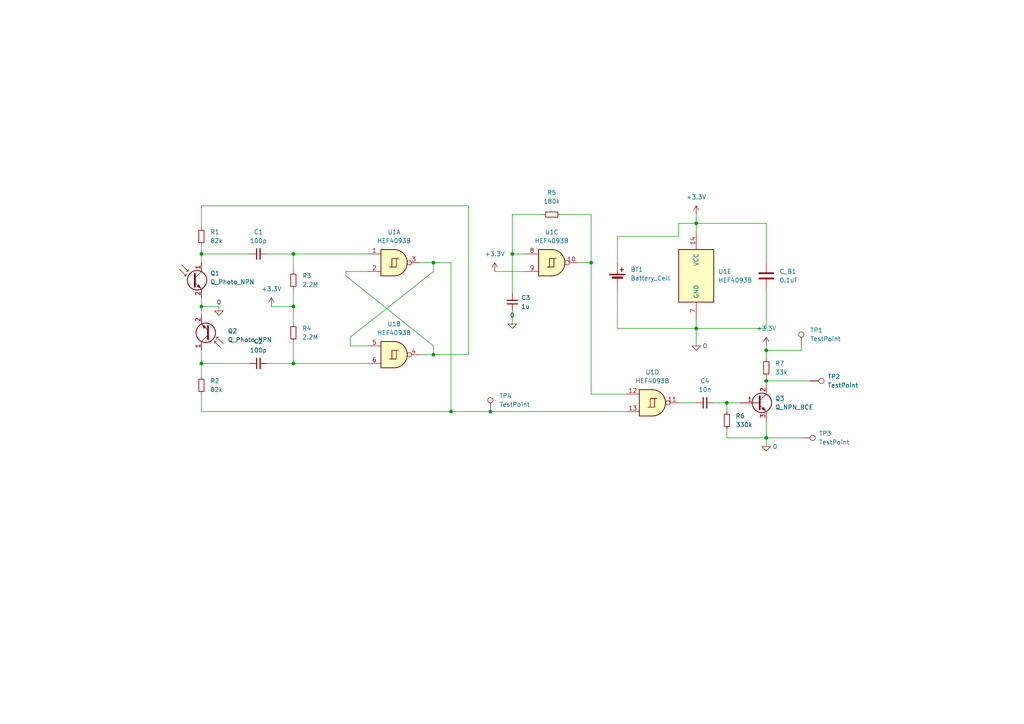
<source format=kicad_sch>
(kicad_sch (version 20230121) (generator eeschema)

  (uuid 1bcaeffc-debd-42e7-be4c-dcc146a9c9e1)

  (paper "A4")

  (lib_symbols
    (symbol "4xxx:HEF4093B" (pin_names (offset 1.016)) (in_bom yes) (on_board yes)
      (property "Reference" "U" (at 0 1.27 0)
        (effects (font (size 1.27 1.27)))
      )
      (property "Value" "HEF4093B" (at 0 -1.27 0)
        (effects (font (size 1.27 1.27)))
      )
      (property "Footprint" "" (at 0 0 0)
        (effects (font (size 1.27 1.27)) hide)
      )
      (property "Datasheet" "https://assets.nexperia.com/documents/data-sheet/HEF4093B.pdf" (at 0 0 0)
        (effects (font (size 1.27 1.27)) hide)
      )
      (property "ki_locked" "" (at 0 0 0)
        (effects (font (size 1.27 1.27)))
      )
      (property "ki_keywords" "NAND2" (at 0 0 0)
        (effects (font (size 1.27 1.27)) hide)
      )
      (property "ki_description" "Quad 2-Input NAND Schmitt Trigger, SOIC-14" (at 0 0 0)
        (effects (font (size 1.27 1.27)) hide)
      )
      (property "ki_fp_filters" "SOIC*3.9x8.7mm*P1.27mm*" (at 0 0 0)
        (effects (font (size 1.27 1.27)) hide)
      )
      (symbol "HEF4093B_1_0"
        (polyline
          (pts
            (xy -0.635 -1.27)
            (xy -0.635 1.27)
            (xy 0.635 1.27)
          )
          (stroke (width 0) (type default))
          (fill (type none))
        )
        (polyline
          (pts
            (xy -0.635 -1.27)
            (xy -0.635 1.27)
            (xy 0.635 1.27)
          )
          (stroke (width 0) (type default))
          (fill (type none))
        )
        (polyline
          (pts
            (xy -1.27 -1.27)
            (xy 0.635 -1.27)
            (xy 0.635 1.27)
            (xy 1.27 1.27)
          )
          (stroke (width 0) (type default))
          (fill (type none))
        )
        (polyline
          (pts
            (xy -1.27 -1.27)
            (xy 0.635 -1.27)
            (xy 0.635 1.27)
            (xy 1.27 1.27)
          )
          (stroke (width 0) (type default))
          (fill (type none))
        )
      )
      (symbol "HEF4093B_1_1"
        (arc (start 0 -3.81) (mid 3.7934 0) (end 0 3.81)
          (stroke (width 0.254) (type default))
          (fill (type background))
        )
        (polyline
          (pts
            (xy 0 3.81)
            (xy -3.81 3.81)
            (xy -3.81 -3.81)
            (xy 0 -3.81)
          )
          (stroke (width 0.254) (type default))
          (fill (type background))
        )
        (pin input line (at -7.62 2.54 0) (length 3.81)
          (name "~" (effects (font (size 1.27 1.27))))
          (number "1" (effects (font (size 1.27 1.27))))
        )
        (pin input line (at -7.62 -2.54 0) (length 3.81)
          (name "~" (effects (font (size 1.27 1.27))))
          (number "2" (effects (font (size 1.27 1.27))))
        )
        (pin output inverted (at 7.62 0 180) (length 3.81)
          (name "~" (effects (font (size 1.27 1.27))))
          (number "3" (effects (font (size 1.27 1.27))))
        )
      )
      (symbol "HEF4093B_1_2"
        (arc (start -3.81 -3.81) (mid -2.589 0) (end -3.81 3.81)
          (stroke (width 0.254) (type default))
          (fill (type none))
        )
        (arc (start -0.6096 -3.81) (mid 2.1842 -2.5851) (end 3.81 0)
          (stroke (width 0.254) (type default))
          (fill (type background))
        )
        (polyline
          (pts
            (xy -3.81 -3.81)
            (xy -0.635 -3.81)
          )
          (stroke (width 0.254) (type default))
          (fill (type background))
        )
        (polyline
          (pts
            (xy -3.81 3.81)
            (xy -0.635 3.81)
          )
          (stroke (width 0.254) (type default))
          (fill (type background))
        )
        (polyline
          (pts
            (xy -0.635 3.81)
            (xy -3.81 3.81)
            (xy -3.81 3.81)
            (xy -3.556 3.4036)
            (xy -3.0226 2.2606)
            (xy -2.6924 1.0414)
            (xy -2.6162 -0.254)
            (xy -2.7686 -1.4986)
            (xy -3.175 -2.7178)
            (xy -3.81 -3.81)
            (xy -3.81 -3.81)
            (xy -0.635 -3.81)
          )
          (stroke (width -25.4) (type default))
          (fill (type background))
        )
        (arc (start 3.81 0) (mid 2.1915 2.5936) (end -0.6096 3.81)
          (stroke (width 0.254) (type default))
          (fill (type background))
        )
        (pin input inverted (at -7.62 2.54 0) (length 4.318)
          (name "~" (effects (font (size 1.27 1.27))))
          (number "1" (effects (font (size 1.27 1.27))))
        )
        (pin input inverted (at -7.62 -2.54 0) (length 4.318)
          (name "~" (effects (font (size 1.27 1.27))))
          (number "2" (effects (font (size 1.27 1.27))))
        )
        (pin output line (at 7.62 0 180) (length 3.81)
          (name "~" (effects (font (size 1.27 1.27))))
          (number "3" (effects (font (size 1.27 1.27))))
        )
      )
      (symbol "HEF4093B_2_0"
        (polyline
          (pts
            (xy -0.635 -1.27)
            (xy -0.635 1.27)
            (xy 0.635 1.27)
          )
          (stroke (width 0) (type default))
          (fill (type none))
        )
        (polyline
          (pts
            (xy -0.635 -1.27)
            (xy -0.635 1.27)
            (xy 0.635 1.27)
          )
          (stroke (width 0) (type default))
          (fill (type none))
        )
        (polyline
          (pts
            (xy -1.27 -1.27)
            (xy 0.635 -1.27)
            (xy 0.635 1.27)
            (xy 1.27 1.27)
          )
          (stroke (width 0) (type default))
          (fill (type none))
        )
        (polyline
          (pts
            (xy -1.27 -1.27)
            (xy 0.635 -1.27)
            (xy 0.635 1.27)
            (xy 1.27 1.27)
          )
          (stroke (width 0) (type default))
          (fill (type none))
        )
      )
      (symbol "HEF4093B_2_1"
        (arc (start 0 -3.81) (mid 3.7934 0) (end 0 3.81)
          (stroke (width 0.254) (type default))
          (fill (type background))
        )
        (polyline
          (pts
            (xy 0 3.81)
            (xy -3.81 3.81)
            (xy -3.81 -3.81)
            (xy 0 -3.81)
          )
          (stroke (width 0.254) (type default))
          (fill (type background))
        )
        (pin output inverted (at 7.62 0 180) (length 3.81)
          (name "~" (effects (font (size 1.27 1.27))))
          (number "4" (effects (font (size 1.27 1.27))))
        )
        (pin input line (at -7.62 2.54 0) (length 3.81)
          (name "~" (effects (font (size 1.27 1.27))))
          (number "5" (effects (font (size 1.27 1.27))))
        )
        (pin input line (at -7.62 -2.54 0) (length 3.81)
          (name "~" (effects (font (size 1.27 1.27))))
          (number "6" (effects (font (size 1.27 1.27))))
        )
      )
      (symbol "HEF4093B_2_2"
        (arc (start -3.81 -3.81) (mid -2.589 0) (end -3.81 3.81)
          (stroke (width 0.254) (type default))
          (fill (type none))
        )
        (arc (start -0.6096 -3.81) (mid 2.1842 -2.5851) (end 3.81 0)
          (stroke (width 0.254) (type default))
          (fill (type background))
        )
        (polyline
          (pts
            (xy -3.81 -3.81)
            (xy -0.635 -3.81)
          )
          (stroke (width 0.254) (type default))
          (fill (type background))
        )
        (polyline
          (pts
            (xy -3.81 3.81)
            (xy -0.635 3.81)
          )
          (stroke (width 0.254) (type default))
          (fill (type background))
        )
        (polyline
          (pts
            (xy -0.635 3.81)
            (xy -3.81 3.81)
            (xy -3.81 3.81)
            (xy -3.556 3.4036)
            (xy -3.0226 2.2606)
            (xy -2.6924 1.0414)
            (xy -2.6162 -0.254)
            (xy -2.7686 -1.4986)
            (xy -3.175 -2.7178)
            (xy -3.81 -3.81)
            (xy -3.81 -3.81)
            (xy -0.635 -3.81)
          )
          (stroke (width -25.4) (type default))
          (fill (type background))
        )
        (arc (start 3.81 0) (mid 2.1915 2.5936) (end -0.6096 3.81)
          (stroke (width 0.254) (type default))
          (fill (type background))
        )
        (pin output line (at 7.62 0 180) (length 3.81)
          (name "~" (effects (font (size 1.27 1.27))))
          (number "4" (effects (font (size 1.27 1.27))))
        )
        (pin input inverted (at -7.62 2.54 0) (length 4.318)
          (name "~" (effects (font (size 1.27 1.27))))
          (number "5" (effects (font (size 1.27 1.27))))
        )
        (pin input inverted (at -7.62 -2.54 0) (length 4.318)
          (name "~" (effects (font (size 1.27 1.27))))
          (number "6" (effects (font (size 1.27 1.27))))
        )
      )
      (symbol "HEF4093B_3_0"
        (polyline
          (pts
            (xy -0.635 -1.27)
            (xy -0.635 1.27)
            (xy 0.635 1.27)
          )
          (stroke (width 0) (type default))
          (fill (type none))
        )
        (polyline
          (pts
            (xy -0.635 -1.27)
            (xy -0.635 1.27)
            (xy 0.635 1.27)
          )
          (stroke (width 0) (type default))
          (fill (type none))
        )
        (polyline
          (pts
            (xy -1.27 -1.27)
            (xy 0.635 -1.27)
            (xy 0.635 1.27)
            (xy 1.27 1.27)
          )
          (stroke (width 0) (type default))
          (fill (type none))
        )
        (polyline
          (pts
            (xy -1.27 -1.27)
            (xy 0.635 -1.27)
            (xy 0.635 1.27)
            (xy 1.27 1.27)
          )
          (stroke (width 0) (type default))
          (fill (type none))
        )
      )
      (symbol "HEF4093B_3_1"
        (arc (start 0 -3.81) (mid 3.7934 0) (end 0 3.81)
          (stroke (width 0.254) (type default))
          (fill (type background))
        )
        (polyline
          (pts
            (xy 0 3.81)
            (xy -3.81 3.81)
            (xy -3.81 -3.81)
            (xy 0 -3.81)
          )
          (stroke (width 0.254) (type default))
          (fill (type background))
        )
        (pin output inverted (at 7.62 0 180) (length 3.81)
          (name "~" (effects (font (size 1.27 1.27))))
          (number "10" (effects (font (size 1.27 1.27))))
        )
        (pin input line (at -7.62 2.54 0) (length 3.81)
          (name "~" (effects (font (size 1.27 1.27))))
          (number "8" (effects (font (size 1.27 1.27))))
        )
        (pin input line (at -7.62 -2.54 0) (length 3.81)
          (name "~" (effects (font (size 1.27 1.27))))
          (number "9" (effects (font (size 1.27 1.27))))
        )
      )
      (symbol "HEF4093B_3_2"
        (arc (start -3.81 -3.81) (mid -2.589 0) (end -3.81 3.81)
          (stroke (width 0.254) (type default))
          (fill (type none))
        )
        (arc (start -0.6096 -3.81) (mid 2.1842 -2.5851) (end 3.81 0)
          (stroke (width 0.254) (type default))
          (fill (type background))
        )
        (polyline
          (pts
            (xy -3.81 -3.81)
            (xy -0.635 -3.81)
          )
          (stroke (width 0.254) (type default))
          (fill (type background))
        )
        (polyline
          (pts
            (xy -3.81 3.81)
            (xy -0.635 3.81)
          )
          (stroke (width 0.254) (type default))
          (fill (type background))
        )
        (polyline
          (pts
            (xy -0.635 3.81)
            (xy -3.81 3.81)
            (xy -3.81 3.81)
            (xy -3.556 3.4036)
            (xy -3.0226 2.2606)
            (xy -2.6924 1.0414)
            (xy -2.6162 -0.254)
            (xy -2.7686 -1.4986)
            (xy -3.175 -2.7178)
            (xy -3.81 -3.81)
            (xy -3.81 -3.81)
            (xy -0.635 -3.81)
          )
          (stroke (width -25.4) (type default))
          (fill (type background))
        )
        (arc (start 3.81 0) (mid 2.1915 2.5936) (end -0.6096 3.81)
          (stroke (width 0.254) (type default))
          (fill (type background))
        )
        (pin output line (at 7.62 0 180) (length 3.81)
          (name "~" (effects (font (size 1.27 1.27))))
          (number "10" (effects (font (size 1.27 1.27))))
        )
        (pin input inverted (at -7.62 2.54 0) (length 4.318)
          (name "~" (effects (font (size 1.27 1.27))))
          (number "8" (effects (font (size 1.27 1.27))))
        )
        (pin input inverted (at -7.62 -2.54 0) (length 4.318)
          (name "~" (effects (font (size 1.27 1.27))))
          (number "9" (effects (font (size 1.27 1.27))))
        )
      )
      (symbol "HEF4093B_4_0"
        (polyline
          (pts
            (xy -0.635 -1.27)
            (xy -0.635 1.27)
            (xy 0.635 1.27)
          )
          (stroke (width 0) (type default))
          (fill (type none))
        )
        (polyline
          (pts
            (xy -0.635 -1.27)
            (xy -0.635 1.27)
            (xy 0.635 1.27)
          )
          (stroke (width 0) (type default))
          (fill (type none))
        )
        (polyline
          (pts
            (xy -1.27 -1.27)
            (xy 0.635 -1.27)
            (xy 0.635 1.27)
            (xy 1.27 1.27)
          )
          (stroke (width 0) (type default))
          (fill (type none))
        )
        (polyline
          (pts
            (xy -1.27 -1.27)
            (xy 0.635 -1.27)
            (xy 0.635 1.27)
            (xy 1.27 1.27)
          )
          (stroke (width 0) (type default))
          (fill (type none))
        )
      )
      (symbol "HEF4093B_4_1"
        (arc (start 0 -3.81) (mid 3.7934 0) (end 0 3.81)
          (stroke (width 0.254) (type default))
          (fill (type background))
        )
        (polyline
          (pts
            (xy 0 3.81)
            (xy -3.81 3.81)
            (xy -3.81 -3.81)
            (xy 0 -3.81)
          )
          (stroke (width 0.254) (type default))
          (fill (type background))
        )
        (pin output inverted (at 7.62 0 180) (length 3.81)
          (name "~" (effects (font (size 1.27 1.27))))
          (number "11" (effects (font (size 1.27 1.27))))
        )
        (pin input line (at -7.62 2.54 0) (length 3.81)
          (name "~" (effects (font (size 1.27 1.27))))
          (number "12" (effects (font (size 1.27 1.27))))
        )
        (pin input line (at -7.62 -2.54 0) (length 3.81)
          (name "~" (effects (font (size 1.27 1.27))))
          (number "13" (effects (font (size 1.27 1.27))))
        )
      )
      (symbol "HEF4093B_4_2"
        (arc (start -3.81 -3.81) (mid -2.589 0) (end -3.81 3.81)
          (stroke (width 0.254) (type default))
          (fill (type none))
        )
        (arc (start -0.6096 -3.81) (mid 2.1842 -2.5851) (end 3.81 0)
          (stroke (width 0.254) (type default))
          (fill (type background))
        )
        (polyline
          (pts
            (xy -3.81 -3.81)
            (xy -0.635 -3.81)
          )
          (stroke (width 0.254) (type default))
          (fill (type background))
        )
        (polyline
          (pts
            (xy -3.81 3.81)
            (xy -0.635 3.81)
          )
          (stroke (width 0.254) (type default))
          (fill (type background))
        )
        (polyline
          (pts
            (xy -0.635 3.81)
            (xy -3.81 3.81)
            (xy -3.81 3.81)
            (xy -3.556 3.4036)
            (xy -3.0226 2.2606)
            (xy -2.6924 1.0414)
            (xy -2.6162 -0.254)
            (xy -2.7686 -1.4986)
            (xy -3.175 -2.7178)
            (xy -3.81 -3.81)
            (xy -3.81 -3.81)
            (xy -0.635 -3.81)
          )
          (stroke (width -25.4) (type default))
          (fill (type background))
        )
        (arc (start 3.81 0) (mid 2.1915 2.5936) (end -0.6096 3.81)
          (stroke (width 0.254) (type default))
          (fill (type background))
        )
        (pin output line (at 7.62 0 180) (length 3.81)
          (name "~" (effects (font (size 1.27 1.27))))
          (number "11" (effects (font (size 1.27 1.27))))
        )
        (pin input inverted (at -7.62 2.54 0) (length 4.318)
          (name "~" (effects (font (size 1.27 1.27))))
          (number "12" (effects (font (size 1.27 1.27))))
        )
        (pin input inverted (at -7.62 -2.54 0) (length 4.318)
          (name "~" (effects (font (size 1.27 1.27))))
          (number "13" (effects (font (size 1.27 1.27))))
        )
      )
      (symbol "HEF4093B_5_0"
        (pin power_in line (at 0 12.7 270) (length 5.08)
          (name "VCC" (effects (font (size 1.27 1.27))))
          (number "14" (effects (font (size 1.27 1.27))))
        )
        (pin power_in line (at 0 -12.7 90) (length 5.08)
          (name "GND" (effects (font (size 1.27 1.27))))
          (number "7" (effects (font (size 1.27 1.27))))
        )
      )
      (symbol "HEF4093B_5_1"
        (rectangle (start -5.08 7.62) (end 5.08 -7.62)
          (stroke (width 0.254) (type default))
          (fill (type background))
        )
      )
    )
    (symbol "Connector:TestPoint" (pin_numbers hide) (pin_names (offset 0.762) hide) (in_bom yes) (on_board yes)
      (property "Reference" "TP" (at 0 6.858 0)
        (effects (font (size 1.27 1.27)))
      )
      (property "Value" "TestPoint" (at 0 5.08 0)
        (effects (font (size 1.27 1.27)))
      )
      (property "Footprint" "" (at 5.08 0 0)
        (effects (font (size 1.27 1.27)) hide)
      )
      (property "Datasheet" "~" (at 5.08 0 0)
        (effects (font (size 1.27 1.27)) hide)
      )
      (property "ki_keywords" "test point tp" (at 0 0 0)
        (effects (font (size 1.27 1.27)) hide)
      )
      (property "ki_description" "test point" (at 0 0 0)
        (effects (font (size 1.27 1.27)) hide)
      )
      (property "ki_fp_filters" "Pin* Test*" (at 0 0 0)
        (effects (font (size 1.27 1.27)) hide)
      )
      (symbol "TestPoint_0_1"
        (circle (center 0 3.302) (radius 0.762)
          (stroke (width 0) (type default))
          (fill (type none))
        )
      )
      (symbol "TestPoint_1_1"
        (pin passive line (at 0 0 90) (length 2.54)
          (name "1" (effects (font (size 1.27 1.27))))
          (number "1" (effects (font (size 1.27 1.27))))
        )
      )
    )
    (symbol "Device:Battery_Cell" (pin_numbers hide) (pin_names (offset 0) hide) (in_bom yes) (on_board yes)
      (property "Reference" "BT" (at 2.54 2.54 0)
        (effects (font (size 1.27 1.27)) (justify left))
      )
      (property "Value" "Battery_Cell" (at 2.54 0 0)
        (effects (font (size 1.27 1.27)) (justify left))
      )
      (property "Footprint" "" (at 0 1.524 90)
        (effects (font (size 1.27 1.27)) hide)
      )
      (property "Datasheet" "~" (at 0 1.524 90)
        (effects (font (size 1.27 1.27)) hide)
      )
      (property "ki_keywords" "battery cell" (at 0 0 0)
        (effects (font (size 1.27 1.27)) hide)
      )
      (property "ki_description" "Single-cell battery" (at 0 0 0)
        (effects (font (size 1.27 1.27)) hide)
      )
      (symbol "Battery_Cell_0_1"
        (rectangle (start -2.286 1.778) (end 2.286 1.524)
          (stroke (width 0) (type default))
          (fill (type outline))
        )
        (rectangle (start -1.524 1.016) (end 1.524 0.508)
          (stroke (width 0) (type default))
          (fill (type outline))
        )
        (polyline
          (pts
            (xy 0 0.762)
            (xy 0 0)
          )
          (stroke (width 0) (type default))
          (fill (type none))
        )
        (polyline
          (pts
            (xy 0 1.778)
            (xy 0 2.54)
          )
          (stroke (width 0) (type default))
          (fill (type none))
        )
        (polyline
          (pts
            (xy 0.762 3.048)
            (xy 1.778 3.048)
          )
          (stroke (width 0.254) (type default))
          (fill (type none))
        )
        (polyline
          (pts
            (xy 1.27 3.556)
            (xy 1.27 2.54)
          )
          (stroke (width 0.254) (type default))
          (fill (type none))
        )
      )
      (symbol "Battery_Cell_1_1"
        (pin passive line (at 0 5.08 270) (length 2.54)
          (name "+" (effects (font (size 1.27 1.27))))
          (number "1" (effects (font (size 1.27 1.27))))
        )
        (pin passive line (at 0 -2.54 90) (length 2.54)
          (name "-" (effects (font (size 1.27 1.27))))
          (number "2" (effects (font (size 1.27 1.27))))
        )
      )
    )
    (symbol "Device:C" (pin_numbers hide) (pin_names (offset 0.254)) (in_bom yes) (on_board yes)
      (property "Reference" "C" (at 0.635 2.54 0)
        (effects (font (size 1.27 1.27)) (justify left))
      )
      (property "Value" "C" (at 0.635 -2.54 0)
        (effects (font (size 1.27 1.27)) (justify left))
      )
      (property "Footprint" "" (at 0.9652 -3.81 0)
        (effects (font (size 1.27 1.27)) hide)
      )
      (property "Datasheet" "~" (at 0 0 0)
        (effects (font (size 1.27 1.27)) hide)
      )
      (property "ki_keywords" "cap capacitor" (at 0 0 0)
        (effects (font (size 1.27 1.27)) hide)
      )
      (property "ki_description" "Unpolarized capacitor" (at 0 0 0)
        (effects (font (size 1.27 1.27)) hide)
      )
      (property "ki_fp_filters" "C_*" (at 0 0 0)
        (effects (font (size 1.27 1.27)) hide)
      )
      (symbol "C_0_1"
        (polyline
          (pts
            (xy -2.032 -0.762)
            (xy 2.032 -0.762)
          )
          (stroke (width 0.508) (type default))
          (fill (type none))
        )
        (polyline
          (pts
            (xy -2.032 0.762)
            (xy 2.032 0.762)
          )
          (stroke (width 0.508) (type default))
          (fill (type none))
        )
      )
      (symbol "C_1_1"
        (pin passive line (at 0 3.81 270) (length 2.794)
          (name "~" (effects (font (size 1.27 1.27))))
          (number "1" (effects (font (size 1.27 1.27))))
        )
        (pin passive line (at 0 -3.81 90) (length 2.794)
          (name "~" (effects (font (size 1.27 1.27))))
          (number "2" (effects (font (size 1.27 1.27))))
        )
      )
    )
    (symbol "Device:C_Small" (pin_numbers hide) (pin_names (offset 0.254) hide) (in_bom yes) (on_board yes)
      (property "Reference" "C" (at 0.254 1.778 0)
        (effects (font (size 1.27 1.27)) (justify left))
      )
      (property "Value" "C_Small" (at 0.254 -2.032 0)
        (effects (font (size 1.27 1.27)) (justify left))
      )
      (property "Footprint" "" (at 0 0 0)
        (effects (font (size 1.27 1.27)) hide)
      )
      (property "Datasheet" "~" (at 0 0 0)
        (effects (font (size 1.27 1.27)) hide)
      )
      (property "ki_keywords" "capacitor cap" (at 0 0 0)
        (effects (font (size 1.27 1.27)) hide)
      )
      (property "ki_description" "Unpolarized capacitor, small symbol" (at 0 0 0)
        (effects (font (size 1.27 1.27)) hide)
      )
      (property "ki_fp_filters" "C_*" (at 0 0 0)
        (effects (font (size 1.27 1.27)) hide)
      )
      (symbol "C_Small_0_1"
        (polyline
          (pts
            (xy -1.524 -0.508)
            (xy 1.524 -0.508)
          )
          (stroke (width 0.3302) (type default))
          (fill (type none))
        )
        (polyline
          (pts
            (xy -1.524 0.508)
            (xy 1.524 0.508)
          )
          (stroke (width 0.3048) (type default))
          (fill (type none))
        )
      )
      (symbol "C_Small_1_1"
        (pin passive line (at 0 2.54 270) (length 2.032)
          (name "~" (effects (font (size 1.27 1.27))))
          (number "1" (effects (font (size 1.27 1.27))))
        )
        (pin passive line (at 0 -2.54 90) (length 2.032)
          (name "~" (effects (font (size 1.27 1.27))))
          (number "2" (effects (font (size 1.27 1.27))))
        )
      )
    )
    (symbol "Device:Q_NPN_BCE" (pin_names (offset 0) hide) (in_bom yes) (on_board yes)
      (property "Reference" "Q" (at 5.08 1.27 0)
        (effects (font (size 1.27 1.27)) (justify left))
      )
      (property "Value" "Q_NPN_BCE" (at 5.08 -1.27 0)
        (effects (font (size 1.27 1.27)) (justify left))
      )
      (property "Footprint" "" (at 5.08 2.54 0)
        (effects (font (size 1.27 1.27)) hide)
      )
      (property "Datasheet" "~" (at 0 0 0)
        (effects (font (size 1.27 1.27)) hide)
      )
      (property "ki_keywords" "transistor NPN" (at 0 0 0)
        (effects (font (size 1.27 1.27)) hide)
      )
      (property "ki_description" "NPN transistor, base/collector/emitter" (at 0 0 0)
        (effects (font (size 1.27 1.27)) hide)
      )
      (symbol "Q_NPN_BCE_0_1"
        (polyline
          (pts
            (xy 0.635 0.635)
            (xy 2.54 2.54)
          )
          (stroke (width 0) (type default))
          (fill (type none))
        )
        (polyline
          (pts
            (xy 0.635 -0.635)
            (xy 2.54 -2.54)
            (xy 2.54 -2.54)
          )
          (stroke (width 0) (type default))
          (fill (type none))
        )
        (polyline
          (pts
            (xy 0.635 1.905)
            (xy 0.635 -1.905)
            (xy 0.635 -1.905)
          )
          (stroke (width 0.508) (type default))
          (fill (type none))
        )
        (polyline
          (pts
            (xy 1.27 -1.778)
            (xy 1.778 -1.27)
            (xy 2.286 -2.286)
            (xy 1.27 -1.778)
            (xy 1.27 -1.778)
          )
          (stroke (width 0) (type default))
          (fill (type outline))
        )
        (circle (center 1.27 0) (radius 2.8194)
          (stroke (width 0.254) (type default))
          (fill (type none))
        )
      )
      (symbol "Q_NPN_BCE_1_1"
        (pin input line (at -5.08 0 0) (length 5.715)
          (name "B" (effects (font (size 1.27 1.27))))
          (number "1" (effects (font (size 1.27 1.27))))
        )
        (pin passive line (at 2.54 5.08 270) (length 2.54)
          (name "C" (effects (font (size 1.27 1.27))))
          (number "2" (effects (font (size 1.27 1.27))))
        )
        (pin passive line (at 2.54 -5.08 90) (length 2.54)
          (name "E" (effects (font (size 1.27 1.27))))
          (number "3" (effects (font (size 1.27 1.27))))
        )
      )
    )
    (symbol "Device:Q_Photo_NPN" (pin_names (offset 0) hide) (in_bom yes) (on_board yes)
      (property "Reference" "Q" (at 5.08 1.27 0)
        (effects (font (size 1.27 1.27)) (justify left))
      )
      (property "Value" "Q_Photo_NPN" (at 5.08 -1.27 0)
        (effects (font (size 1.27 1.27)) (justify left))
      )
      (property "Footprint" "" (at 5.08 2.54 0)
        (effects (font (size 1.27 1.27)) hide)
      )
      (property "Datasheet" "~" (at 0 0 0)
        (effects (font (size 1.27 1.27)) hide)
      )
      (property "ki_keywords" "phototransistor NPN" (at 0 0 0)
        (effects (font (size 1.27 1.27)) hide)
      )
      (property "ki_description" "NPN phototransistor, collector/emitter" (at 0 0 0)
        (effects (font (size 1.27 1.27)) hide)
      )
      (symbol "Q_Photo_NPN_0_1"
        (polyline
          (pts
            (xy -1.905 1.27)
            (xy -2.54 1.27)
          )
          (stroke (width 0) (type default))
          (fill (type none))
        )
        (polyline
          (pts
            (xy -1.27 2.54)
            (xy -1.905 2.54)
          )
          (stroke (width 0) (type default))
          (fill (type none))
        )
        (polyline
          (pts
            (xy 0.635 0.635)
            (xy 2.54 2.54)
          )
          (stroke (width 0) (type default))
          (fill (type none))
        )
        (polyline
          (pts
            (xy -3.81 3.175)
            (xy -1.905 1.27)
            (xy -1.905 1.905)
          )
          (stroke (width 0) (type default))
          (fill (type none))
        )
        (polyline
          (pts
            (xy -3.175 4.445)
            (xy -1.27 2.54)
            (xy -1.27 3.175)
          )
          (stroke (width 0) (type default))
          (fill (type none))
        )
        (polyline
          (pts
            (xy 0.635 -0.635)
            (xy 2.54 -2.54)
            (xy 2.54 -2.54)
          )
          (stroke (width 0) (type default))
          (fill (type none))
        )
        (polyline
          (pts
            (xy 0.635 1.905)
            (xy 0.635 -1.905)
            (xy 0.635 -1.905)
          )
          (stroke (width 0.508) (type default))
          (fill (type none))
        )
        (polyline
          (pts
            (xy 1.27 -1.778)
            (xy 1.778 -1.27)
            (xy 2.286 -2.286)
            (xy 1.27 -1.778)
            (xy 1.27 -1.778)
          )
          (stroke (width 0) (type default))
          (fill (type outline))
        )
        (circle (center 1.27 0) (radius 2.8194)
          (stroke (width 0.254) (type default))
          (fill (type none))
        )
      )
      (symbol "Q_Photo_NPN_1_1"
        (pin passive line (at 2.54 5.08 270) (length 2.54)
          (name "C" (effects (font (size 1.27 1.27))))
          (number "1" (effects (font (size 1.27 1.27))))
        )
        (pin passive line (at 2.54 -5.08 90) (length 2.54)
          (name "E" (effects (font (size 1.27 1.27))))
          (number "2" (effects (font (size 1.27 1.27))))
        )
      )
    )
    (symbol "Device:R_Small" (pin_numbers hide) (pin_names (offset 0.254) hide) (in_bom yes) (on_board yes)
      (property "Reference" "R" (at 0.762 0.508 0)
        (effects (font (size 1.27 1.27)) (justify left))
      )
      (property "Value" "R_Small" (at 0.762 -1.016 0)
        (effects (font (size 1.27 1.27)) (justify left))
      )
      (property "Footprint" "" (at 0 0 0)
        (effects (font (size 1.27 1.27)) hide)
      )
      (property "Datasheet" "~" (at 0 0 0)
        (effects (font (size 1.27 1.27)) hide)
      )
      (property "ki_keywords" "R resistor" (at 0 0 0)
        (effects (font (size 1.27 1.27)) hide)
      )
      (property "ki_description" "Resistor, small symbol" (at 0 0 0)
        (effects (font (size 1.27 1.27)) hide)
      )
      (property "ki_fp_filters" "R_*" (at 0 0 0)
        (effects (font (size 1.27 1.27)) hide)
      )
      (symbol "R_Small_0_1"
        (rectangle (start -0.762 1.778) (end 0.762 -1.778)
          (stroke (width 0.2032) (type default))
          (fill (type none))
        )
      )
      (symbol "R_Small_1_1"
        (pin passive line (at 0 2.54 270) (length 0.762)
          (name "~" (effects (font (size 1.27 1.27))))
          (number "1" (effects (font (size 1.27 1.27))))
        )
        (pin passive line (at 0 -2.54 90) (length 0.762)
          (name "~" (effects (font (size 1.27 1.27))))
          (number "2" (effects (font (size 1.27 1.27))))
        )
      )
    )
    (symbol "power:+3.3V" (power) (pin_names (offset 0)) (in_bom yes) (on_board yes)
      (property "Reference" "#PWR" (at 0 -3.81 0)
        (effects (font (size 1.27 1.27)) hide)
      )
      (property "Value" "+3.3V" (at 0 3.556 0)
        (effects (font (size 1.27 1.27)))
      )
      (property "Footprint" "" (at 0 0 0)
        (effects (font (size 1.27 1.27)) hide)
      )
      (property "Datasheet" "" (at 0 0 0)
        (effects (font (size 1.27 1.27)) hide)
      )
      (property "ki_keywords" "power-flag" (at 0 0 0)
        (effects (font (size 1.27 1.27)) hide)
      )
      (property "ki_description" "Power symbol creates a global label with name \"+3.3V\"" (at 0 0 0)
        (effects (font (size 1.27 1.27)) hide)
      )
      (symbol "+3.3V_0_1"
        (polyline
          (pts
            (xy -0.762 1.27)
            (xy 0 2.54)
          )
          (stroke (width 0) (type default))
          (fill (type none))
        )
        (polyline
          (pts
            (xy 0 0)
            (xy 0 2.54)
          )
          (stroke (width 0) (type default))
          (fill (type none))
        )
        (polyline
          (pts
            (xy 0 2.54)
            (xy 0.762 1.27)
          )
          (stroke (width 0) (type default))
          (fill (type none))
        )
      )
      (symbol "+3.3V_1_1"
        (pin power_in line (at 0 0 90) (length 0) hide
          (name "+3.3V" (effects (font (size 1.27 1.27))))
          (number "1" (effects (font (size 1.27 1.27))))
        )
      )
    )
    (symbol "pspice:0" (power) (pin_names (offset 0)) (in_bom yes) (on_board yes)
      (property "Reference" "#GND" (at 0 -2.54 0)
        (effects (font (size 1.27 1.27)) hide)
      )
      (property "Value" "0" (at 0 -1.778 0)
        (effects (font (size 1.27 1.27)))
      )
      (property "Footprint" "" (at 0 0 0)
        (effects (font (size 1.27 1.27)) hide)
      )
      (property "Datasheet" "~" (at 0 0 0)
        (effects (font (size 1.27 1.27)) hide)
      )
      (property "ki_keywords" "simulation" (at 0 0 0)
        (effects (font (size 1.27 1.27)) hide)
      )
      (property "ki_description" "0V reference potential for simulation" (at 0 0 0)
        (effects (font (size 1.27 1.27)) hide)
      )
      (symbol "0_0_1"
        (polyline
          (pts
            (xy -1.27 0)
            (xy 0 -1.27)
            (xy 1.27 0)
            (xy -1.27 0)
          )
          (stroke (width 0) (type default))
          (fill (type none))
        )
      )
      (symbol "0_1_1"
        (pin power_in line (at 0 0 0) (length 0) hide
          (name "0" (effects (font (size 1.016 1.016))))
          (number "1" (effects (font (size 1.016 1.016))))
        )
      )
    )
  )

  (junction (at 148.59 73.66) (diameter 0) (color 0 0 0 0)
    (uuid 10bfffca-3a23-4496-988f-9a6c1901a5e0)
  )
  (junction (at 201.93 64.77) (diameter 0) (color 0 0 0 0)
    (uuid 122fa23a-4d32-46e4-abc3-53422ee2f757)
  )
  (junction (at 85.09 105.41) (diameter 0) (color 0 0 0 0)
    (uuid 20a56005-e85e-4f3e-8839-51ed821d7b68)
  )
  (junction (at 85.09 73.66) (diameter 0) (color 0 0 0 0)
    (uuid 2d8cc550-3db1-4ecf-b40e-e544c95e1119)
  )
  (junction (at 201.93 95.25) (diameter 0) (color 0 0 0 0)
    (uuid 36dbd8e4-4ea3-4e81-82f5-ca925f86eac5)
  )
  (junction (at 85.09 88.9) (diameter 0) (color 0 0 0 0)
    (uuid 4303d464-d723-4a99-9b85-929d01dfed53)
  )
  (junction (at 125.73 102.87) (diameter 0) (color 0 0 0 0)
    (uuid 43707f49-8e0c-4d2d-b7fc-dd6345d53223)
  )
  (junction (at 222.25 101.6) (diameter 0) (color 0 0 0 0)
    (uuid 5ca3942a-6bd7-40b4-8ddd-95ad130f5694)
  )
  (junction (at 142.24 119.38) (diameter 0) (color 0 0 0 0)
    (uuid 7fd965c5-640c-43a6-a62a-94e57890ae78)
  )
  (junction (at 125.73 76.2) (diameter 0) (color 0 0 0 0)
    (uuid 8820a2ba-5b55-4cf6-a82b-412c815b8e4e)
  )
  (junction (at 222.25 127) (diameter 0) (color 0 0 0 0)
    (uuid 8d4559ac-fd23-490a-b212-0671962d8366)
  )
  (junction (at 58.42 88.9) (diameter 0) (color 0 0 0 0)
    (uuid 90e32007-3a7d-4602-843f-658a17093d8b)
  )
  (junction (at 58.42 73.66) (diameter 0) (color 0 0 0 0)
    (uuid a82fcbd9-3826-4a83-aa0c-875fa5685cd2)
  )
  (junction (at 171.45 76.2) (diameter 0) (color 0 0 0 0)
    (uuid dd78269a-b4ab-4d51-bfd6-5faef0f29e5d)
  )
  (junction (at 222.25 110.49) (diameter 0) (color 0 0 0 0)
    (uuid e3fb5dd1-e7c3-4765-8853-1b5ff4a86e6d)
  )
  (junction (at 210.82 116.84) (diameter 0) (color 0 0 0 0)
    (uuid e6d44e0b-75fd-43a0-bf3b-ef43f6c8a948)
  )
  (junction (at 58.42 105.41) (diameter 0) (color 0 0 0 0)
    (uuid ef1de3ef-c3ed-47c6-a603-91cb6fe75fed)
  )
  (junction (at 130.81 119.38) (diameter 0) (color 0 0 0 0)
    (uuid f4c8a2c7-25ac-4dfe-a537-274ef7f720cd)
  )

  (wire (pts (xy 179.07 68.58) (xy 196.85 68.58))
    (stroke (width 0) (type default))
    (uuid 00918b52-ded7-4c26-b6e1-61c0ee22738d)
  )
  (wire (pts (xy 222.25 64.77) (xy 222.25 76.2))
    (stroke (width 0) (type default))
    (uuid 034d69bd-5d99-4f4f-b47e-4b74ebb7730a)
  )
  (wire (pts (xy 222.25 110.49) (xy 234.95 110.49))
    (stroke (width 0) (type default))
    (uuid 03f462de-2bef-4b15-9178-0b74b2b1ad37)
  )
  (wire (pts (xy 222.25 101.6) (xy 222.25 104.14))
    (stroke (width 0) (type default))
    (uuid 047ea145-97e1-44cd-8e4a-b12bb3da914c)
  )
  (wire (pts (xy 210.82 124.46) (xy 210.82 127))
    (stroke (width 0) (type default))
    (uuid 04e2f1c1-f97d-441a-9a0d-6ece972b94c3)
  )
  (wire (pts (xy 148.59 73.66) (xy 152.4 73.66))
    (stroke (width 0) (type default))
    (uuid 053c68e2-c3c5-4058-9dc3-7c740862a02c)
  )
  (wire (pts (xy 58.42 88.9) (xy 58.42 91.44))
    (stroke (width 0) (type default))
    (uuid 0b85bacc-2d1c-44bf-b914-a5d9735464d6)
  )
  (wire (pts (xy 58.42 101.6) (xy 58.42 105.41))
    (stroke (width 0) (type default))
    (uuid 0cc7a806-7727-4f2c-9973-29675b0e11ee)
  )
  (wire (pts (xy 130.81 119.38) (xy 142.24 119.38))
    (stroke (width 0) (type default))
    (uuid 0ffabf28-0eb4-44df-b1b8-fe288502e0df)
  )
  (wire (pts (xy 77.47 73.66) (xy 85.09 73.66))
    (stroke (width 0) (type default))
    (uuid 12792d54-7f21-4b33-b8dd-6fa8b8ad1d49)
  )
  (wire (pts (xy 148.59 62.23) (xy 148.59 73.66))
    (stroke (width 0) (type default))
    (uuid 141dfab8-22ce-420b-9b44-1aa3c8426b95)
  )
  (wire (pts (xy 58.42 86.36) (xy 58.42 88.9))
    (stroke (width 0) (type default))
    (uuid 15c4cf48-3fc8-421a-8480-86af0b1c8382)
  )
  (wire (pts (xy 201.93 100.33) (xy 201.93 95.25))
    (stroke (width 0) (type default))
    (uuid 1f4f5dc5-979f-4abb-8d13-d5bc883377b1)
  )
  (wire (pts (xy 125.73 78.74) (xy 125.73 76.2))
    (stroke (width 0) (type default))
    (uuid 2257bba2-022f-4972-9b02-fbbc2cec60a2)
  )
  (wire (pts (xy 100.33 78.74) (xy 106.68 78.74))
    (stroke (width 0) (type default))
    (uuid 23545b07-ece1-4bd4-9c73-a86c32378192)
  )
  (wire (pts (xy 222.25 127) (xy 222.25 129.54))
    (stroke (width 0) (type default))
    (uuid 236ea138-e01f-4b2b-8519-3d866ca7ed39)
  )
  (wire (pts (xy 210.82 116.84) (xy 214.63 116.84))
    (stroke (width 0) (type default))
    (uuid 265e230a-03e4-496f-bdfe-c68084582216)
  )
  (wire (pts (xy 232.41 101.6) (xy 232.41 100.33))
    (stroke (width 0) (type default))
    (uuid 27856782-e3d6-4b88-ab3c-a227189cb0c6)
  )
  (wire (pts (xy 142.24 119.38) (xy 181.61 119.38))
    (stroke (width 0) (type default))
    (uuid 2b00439d-028f-4316-91e6-1961dd910e1f)
  )
  (wire (pts (xy 85.09 83.82) (xy 85.09 88.9))
    (stroke (width 0) (type default))
    (uuid 2b81a890-b76a-4528-926e-a324ef6a67dc)
  )
  (wire (pts (xy 101.6 97.79) (xy 101.6 100.33))
    (stroke (width 0) (type default))
    (uuid 2f6b3408-7eb7-4124-8107-e5b9a7efba9e)
  )
  (wire (pts (xy 196.85 64.77) (xy 201.93 64.77))
    (stroke (width 0) (type default))
    (uuid 338cd8ee-3353-4429-8028-8f5a938b794b)
  )
  (wire (pts (xy 196.85 68.58) (xy 196.85 64.77))
    (stroke (width 0) (type default))
    (uuid 33a3bd29-db73-41fd-9542-1b32573deca4)
  )
  (wire (pts (xy 201.93 62.23) (xy 201.93 64.77))
    (stroke (width 0) (type default))
    (uuid 35c1a578-eb07-43e5-9c21-6f65ea705a2a)
  )
  (wire (pts (xy 222.25 110.49) (xy 222.25 111.76))
    (stroke (width 0) (type default))
    (uuid 35f3a87e-93d4-4b5b-986c-a3a0b2d3c437)
  )
  (wire (pts (xy 222.25 100.33) (xy 222.25 101.6))
    (stroke (width 0) (type default))
    (uuid 375b625c-1536-42e3-a5a3-89f60298bdba)
  )
  (wire (pts (xy 222.25 64.77) (xy 201.93 64.77))
    (stroke (width 0) (type default))
    (uuid 398efc5f-f0a7-4dd5-adc5-23d2278b8346)
  )
  (wire (pts (xy 181.61 114.3) (xy 171.45 114.3))
    (stroke (width 0) (type default))
    (uuid 3af7d810-53cf-47aa-a785-f5f48f083dbc)
  )
  (wire (pts (xy 58.42 105.41) (xy 72.39 105.41))
    (stroke (width 0) (type default))
    (uuid 42a9d13f-d9ad-4823-8eda-01a30e6a2933)
  )
  (wire (pts (xy 196.85 116.84) (xy 201.93 116.84))
    (stroke (width 0) (type default))
    (uuid 4394ba49-280c-43e8-b480-4b22607650e1)
  )
  (wire (pts (xy 78.74 88.9) (xy 85.09 88.9))
    (stroke (width 0) (type default))
    (uuid 4eefa551-7464-4c61-a6c7-d8ef73fdafe0)
  )
  (wire (pts (xy 121.92 102.87) (xy 125.73 102.87))
    (stroke (width 0) (type default))
    (uuid 4f540f9c-d9b1-42a5-9b59-085df568b9c7)
  )
  (wire (pts (xy 179.07 95.25) (xy 201.93 95.25))
    (stroke (width 0) (type default))
    (uuid 5b10183b-9560-452f-9f7c-3563a3d8ef66)
  )
  (wire (pts (xy 58.42 88.9) (xy 63.5 88.9))
    (stroke (width 0) (type default))
    (uuid 5b7a4d91-7ddc-48fc-81ad-4c61037026d4)
  )
  (wire (pts (xy 58.42 66.04) (xy 58.42 59.69))
    (stroke (width 0) (type default))
    (uuid 5e64793d-65d3-437e-bdd6-29cd9eeec303)
  )
  (wire (pts (xy 148.59 62.23) (xy 157.48 62.23))
    (stroke (width 0) (type default))
    (uuid 66f445ee-1632-4bc6-8364-10639fd2103c)
  )
  (wire (pts (xy 100.33 80.01) (xy 100.33 78.74))
    (stroke (width 0) (type default))
    (uuid 6834c1dc-cbdb-4d4c-8560-54a829177406)
  )
  (wire (pts (xy 58.42 59.69) (xy 135.89 59.69))
    (stroke (width 0) (type default))
    (uuid 6a5a3634-a4e5-4779-ad55-af274df998c0)
  )
  (wire (pts (xy 201.93 64.77) (xy 201.93 67.31))
    (stroke (width 0) (type default))
    (uuid 71f35bbc-d0b0-4c65-8728-3ffdc249af4d)
  )
  (wire (pts (xy 58.42 73.66) (xy 58.42 76.2))
    (stroke (width 0) (type default))
    (uuid 7817022e-d150-4efd-8d23-7dc55c0567ca)
  )
  (wire (pts (xy 85.09 73.66) (xy 85.09 78.74))
    (stroke (width 0) (type default))
    (uuid 7834679c-c7e6-4c98-b37d-f8ba74da1d9e)
  )
  (wire (pts (xy 171.45 76.2) (xy 171.45 114.3))
    (stroke (width 0) (type default))
    (uuid 84056392-a9da-4369-ab52-1b6eaaf7ab04)
  )
  (wire (pts (xy 222.25 101.6) (xy 232.41 101.6))
    (stroke (width 0) (type default))
    (uuid 89f8e7d3-5591-4e45-afad-1aac07e31c91)
  )
  (wire (pts (xy 130.81 76.2) (xy 130.81 119.38))
    (stroke (width 0) (type default))
    (uuid 8a926855-7130-4c06-bfcc-810e3ec37720)
  )
  (wire (pts (xy 222.25 127) (xy 222.25 121.92))
    (stroke (width 0) (type default))
    (uuid 8c792fcc-7a68-4f95-ad06-523c1953395d)
  )
  (wire (pts (xy 125.73 102.87) (xy 125.73 100.33))
    (stroke (width 0) (type default))
    (uuid 8e6c23f3-9aad-464a-8a4f-a534354ad3c4)
  )
  (wire (pts (xy 85.09 99.06) (xy 85.09 105.41))
    (stroke (width 0) (type default))
    (uuid 8eea9b96-5911-4eeb-afd4-97a3dae83e65)
  )
  (wire (pts (xy 201.93 95.25) (xy 201.93 92.71))
    (stroke (width 0) (type default))
    (uuid 920563af-c03b-47ee-b9a7-2a3c1be4f330)
  )
  (wire (pts (xy 106.68 100.33) (xy 101.6 100.33))
    (stroke (width 0) (type default))
    (uuid 935f74e8-f134-462c-9a90-db081c0cf8b3)
  )
  (wire (pts (xy 85.09 88.9) (xy 85.09 93.98))
    (stroke (width 0) (type default))
    (uuid 979d16de-ec45-425b-af43-439a12469881)
  )
  (wire (pts (xy 207.01 116.84) (xy 210.82 116.84))
    (stroke (width 0) (type default))
    (uuid 980d007b-9aa2-445d-ba72-3b8ea00c3858)
  )
  (wire (pts (xy 210.82 127) (xy 222.25 127))
    (stroke (width 0) (type default))
    (uuid 9dcc9d44-4e23-4732-acc7-efcfee923d12)
  )
  (wire (pts (xy 148.59 93.98) (xy 148.59 90.17))
    (stroke (width 0) (type default))
    (uuid a1b6c9cf-a399-414e-8325-b6b54444eb62)
  )
  (wire (pts (xy 222.25 83.82) (xy 222.25 95.25))
    (stroke (width 0) (type default))
    (uuid a42362c1-6f20-407b-9d97-dfc8aabc4087)
  )
  (wire (pts (xy 143.51 78.74) (xy 152.4 78.74))
    (stroke (width 0) (type default))
    (uuid a7249fcc-4257-4863-b610-e395aeda1303)
  )
  (wire (pts (xy 125.73 76.2) (xy 121.92 76.2))
    (stroke (width 0) (type default))
    (uuid a952a469-6683-4405-8093-eb1923f323d4)
  )
  (wire (pts (xy 58.42 105.41) (xy 58.42 109.22))
    (stroke (width 0) (type default))
    (uuid ab4989f3-f432-47c1-8e78-13b9c09c4cbd)
  )
  (wire (pts (xy 100.33 80.01) (xy 125.73 100.33))
    (stroke (width 0) (type default))
    (uuid b0a455be-472a-4980-b409-f6bcfdbef567)
  )
  (wire (pts (xy 171.45 76.2) (xy 167.64 76.2))
    (stroke (width 0) (type default))
    (uuid b1e126af-bad9-426f-8e21-1c9d9c8555f1)
  )
  (wire (pts (xy 58.42 119.38) (xy 130.81 119.38))
    (stroke (width 0) (type default))
    (uuid b53b8fa2-48d8-4677-b3d8-c4dfd95d331c)
  )
  (wire (pts (xy 58.42 73.66) (xy 72.39 73.66))
    (stroke (width 0) (type default))
    (uuid b9529973-9783-4ce6-8497-cb882eb38683)
  )
  (wire (pts (xy 85.09 105.41) (xy 77.47 105.41))
    (stroke (width 0) (type default))
    (uuid be1b2ea3-f00f-447b-aed1-7e4e6796489f)
  )
  (wire (pts (xy 58.42 119.38) (xy 58.42 114.3))
    (stroke (width 0) (type default))
    (uuid beb5ec34-9128-442b-b68e-56ab7f69fda7)
  )
  (wire (pts (xy 125.73 102.87) (xy 135.89 102.87))
    (stroke (width 0) (type default))
    (uuid c338f398-efa0-4564-9a98-4dd141f19748)
  )
  (wire (pts (xy 210.82 116.84) (xy 210.82 119.38))
    (stroke (width 0) (type default))
    (uuid c4e8a5b0-7a0f-43c8-9021-411fe1753d15)
  )
  (wire (pts (xy 222.25 127) (xy 232.41 127))
    (stroke (width 0) (type default))
    (uuid ca8d2d19-1a85-4a40-ae14-435a66d8e100)
  )
  (wire (pts (xy 58.42 71.12) (xy 58.42 73.66))
    (stroke (width 0) (type default))
    (uuid cb6c3e4f-4071-421b-b2d2-58ccacbe5999)
  )
  (wire (pts (xy 179.07 83.82) (xy 179.07 95.25))
    (stroke (width 0) (type default))
    (uuid cccfa2ba-3ba0-455d-ba76-b77283273e9d)
  )
  (wire (pts (xy 162.56 62.23) (xy 171.45 62.23))
    (stroke (width 0) (type default))
    (uuid cdcfc293-2e0b-4e49-8cec-34758003a787)
  )
  (wire (pts (xy 135.89 59.69) (xy 135.89 102.87))
    (stroke (width 0) (type default))
    (uuid d31e87a1-7aad-4f58-8324-991cb6095223)
  )
  (wire (pts (xy 63.5 90.17) (xy 63.5 88.9))
    (stroke (width 0) (type default))
    (uuid d6c3a2d5-5a2b-489b-8fc2-53b35737f43b)
  )
  (wire (pts (xy 222.25 109.22) (xy 222.25 110.49))
    (stroke (width 0) (type default))
    (uuid d79bad92-ed16-42ac-b79a-32aa7746ba7f)
  )
  (wire (pts (xy 85.09 73.66) (xy 106.68 73.66))
    (stroke (width 0) (type default))
    (uuid e12c856e-4530-4c9e-b5c0-e7e04569c586)
  )
  (wire (pts (xy 201.93 95.25) (xy 222.25 95.25))
    (stroke (width 0) (type default))
    (uuid e4c28972-e3e0-4cb9-83f3-16a1c98ef7f0)
  )
  (wire (pts (xy 171.45 62.23) (xy 171.45 76.2))
    (stroke (width 0) (type default))
    (uuid e6c71d98-3723-4956-bfb0-c6bce62bebf9)
  )
  (wire (pts (xy 179.07 76.2) (xy 179.07 68.58))
    (stroke (width 0) (type default))
    (uuid f3dd3911-9a35-4e4f-8714-fb218f89f9d0)
  )
  (wire (pts (xy 125.73 78.74) (xy 101.6 97.79))
    (stroke (width 0) (type default))
    (uuid f6321a9f-f3c2-42db-8665-95d08703e391)
  )
  (wire (pts (xy 85.09 105.41) (xy 106.68 105.41))
    (stroke (width 0) (type default))
    (uuid fb870d0a-e79f-468a-b1c5-7ba64b0a1382)
  )
  (wire (pts (xy 125.73 76.2) (xy 130.81 76.2))
    (stroke (width 0) (type default))
    (uuid fbc45c9b-94e4-4f33-b5b3-a29644464663)
  )
  (wire (pts (xy 148.59 73.66) (xy 148.59 85.09))
    (stroke (width 0) (type default))
    (uuid fe17d5ed-1579-4874-868a-72818380bbce)
  )

  (symbol (lib_id "power:+3.3V") (at 222.25 100.33 0) (unit 1)
    (in_bom yes) (on_board yes) (dnp no) (fields_autoplaced)
    (uuid 0bd89d24-7e54-4ea1-b482-1caa7643e1e2)
    (property "Reference" "#PWR0104" (at 222.25 104.14 0)
      (effects (font (size 1.27 1.27)) hide)
    )
    (property "Value" "+3.3V" (at 222.25 95.25 0)
      (effects (font (size 1.27 1.27)))
    )
    (property "Footprint" "" (at 222.25 100.33 0)
      (effects (font (size 1.27 1.27)) hide)
    )
    (property "Datasheet" "" (at 222.25 100.33 0)
      (effects (font (size 1.27 1.27)) hide)
    )
    (pin "1" (uuid 58f6a486-453a-4bea-b837-7ec1c8d95d18))
    (instances
      (project "Rat_NEST_v1"
        (path "/1bcaeffc-debd-42e7-be4c-dcc146a9c9e1"
          (reference "#PWR0104") (unit 1)
        )
      )
    )
  )

  (symbol (lib_id "Device:C_Small") (at 148.59 87.63 180) (unit 1)
    (in_bom yes) (on_board yes) (dnp no) (fields_autoplaced)
    (uuid 12e5f889-9f16-4016-b267-212982332757)
    (property "Reference" "C3" (at 151.13 86.3535 0)
      (effects (font (size 1.27 1.27)) (justify right))
    )
    (property "Value" "1u" (at 151.13 88.8935 0)
      (effects (font (size 1.27 1.27)) (justify right))
    )
    (property "Footprint" "Capacitor_SMD:C_0402_1005Metric" (at 148.59 87.63 0)
      (effects (font (size 1.27 1.27)) hide)
    )
    (property "Datasheet" "~" (at 148.59 87.63 0)
      (effects (font (size 1.27 1.27)) hide)
    )
    (pin "1" (uuid 8e6c5056-04e7-4bd0-9d4e-9465484727ed))
    (pin "2" (uuid 0c50fb28-bc7f-4d78-9d1d-ae1aac56d913))
    (instances
      (project "Rat_NEST_v1"
        (path "/1bcaeffc-debd-42e7-be4c-dcc146a9c9e1"
          (reference "C3") (unit 1)
        )
      )
    )
  )

  (symbol (lib_id "Device:R_Small") (at 222.25 106.68 0) (unit 1)
    (in_bom yes) (on_board yes) (dnp no) (fields_autoplaced)
    (uuid 19a20c3a-500d-4916-bf79-980de08840e4)
    (property "Reference" "R7" (at 224.79 105.4099 0)
      (effects (font (size 1.27 1.27)) (justify left))
    )
    (property "Value" "33k" (at 224.79 107.9499 0)
      (effects (font (size 1.27 1.27)) (justify left))
    )
    (property "Footprint" "Resistor_SMD:R_0402_1005Metric" (at 222.25 106.68 0)
      (effects (font (size 1.27 1.27)) hide)
    )
    (property "Datasheet" "~" (at 222.25 106.68 0)
      (effects (font (size 1.27 1.27)) hide)
    )
    (pin "1" (uuid 3cc53c03-4c5d-4433-914b-804ae7fabb77))
    (pin "2" (uuid ca17be95-bb9c-4f30-96d7-2a74af6835b5))
    (instances
      (project "Rat_NEST_v1"
        (path "/1bcaeffc-debd-42e7-be4c-dcc146a9c9e1"
          (reference "R7") (unit 1)
        )
      )
    )
  )

  (symbol (lib_id "Connector:TestPoint") (at 142.24 119.38 0) (unit 1)
    (in_bom yes) (on_board yes) (dnp no) (fields_autoplaced)
    (uuid 1e8100d7-8a7e-461e-83d8-5cfd7e27b4d7)
    (property "Reference" "TP4" (at 144.78 114.808 0)
      (effects (font (size 1.27 1.27)) (justify left))
    )
    (property "Value" "TestPoint" (at 144.78 117.348 0)
      (effects (font (size 1.27 1.27)) (justify left))
    )
    (property "Footprint" "Library:My_Mounting_Hole_V1" (at 147.32 119.38 0)
      (effects (font (size 1.27 1.27)) hide)
    )
    (property "Datasheet" "~" (at 147.32 119.38 0)
      (effects (font (size 1.27 1.27)) hide)
    )
    (pin "1" (uuid ef2b3743-7a40-4c0b-9ddf-2d996dc89922))
    (instances
      (project "Rat_NEST_v1"
        (path "/1bcaeffc-debd-42e7-be4c-dcc146a9c9e1"
          (reference "TP4") (unit 1)
        )
      )
    )
  )

  (symbol (lib_id "Device:C") (at 222.25 80.01 0) (unit 1)
    (in_bom yes) (on_board yes) (dnp no) (fields_autoplaced)
    (uuid 1eff237c-baf9-4379-a490-9392ea49e0f0)
    (property "Reference" "C_B1" (at 226.06 78.74 0)
      (effects (font (size 1.27 1.27)) (justify left))
    )
    (property "Value" "0.1uF" (at 226.06 81.28 0)
      (effects (font (size 1.27 1.27)) (justify left))
    )
    (property "Footprint" "Capacitor_SMD:C_0402_1005Metric" (at 223.2152 83.82 0)
      (effects (font (size 1.27 1.27)) hide)
    )
    (property "Datasheet" "~" (at 222.25 80.01 0)
      (effects (font (size 1.27 1.27)) hide)
    )
    (pin "1" (uuid 38c30204-d6f4-4e70-9f9d-7a1bc1923b5c))
    (pin "2" (uuid 20f52af7-ff8e-4eed-a78a-2b7064334e4e))
    (instances
      (project "Rat_NEST_v1"
        (path "/1bcaeffc-debd-42e7-be4c-dcc146a9c9e1"
          (reference "C_B1") (unit 1)
        )
      )
    )
  )

  (symbol (lib_id "4xxx:HEF4093B") (at 114.3 102.87 0) (unit 2)
    (in_bom yes) (on_board yes) (dnp no) (fields_autoplaced)
    (uuid 235e5e7e-1083-43b5-8a51-f040ec77a14a)
    (property "Reference" "U1" (at 114.3 93.98 0)
      (effects (font (size 1.27 1.27)))
    )
    (property "Value" "HEF4093B" (at 114.3 96.52 0)
      (effects (font (size 1.27 1.27)))
    )
    (property "Footprint" "Library:CD4093" (at 114.3 102.87 0)
      (effects (font (size 1.27 1.27)) hide)
    )
    (property "Datasheet" "https://assets.nexperia.com/documents/data-sheet/HEF4093B.pdf" (at 114.3 102.87 0)
      (effects (font (size 1.27 1.27)) hide)
    )
    (pin "1" (uuid f22e4a4c-1f46-4482-ad15-7a968ad228d3))
    (pin "2" (uuid 3b8dfbba-0256-4d1d-957a-443a7271be10))
    (pin "3" (uuid 65a2d8df-a7ca-4917-9bdb-864f63b69c4f))
    (pin "4" (uuid e25d7f28-0265-4eed-8f3c-e0622203457e))
    (pin "5" (uuid f4cf7da7-90f3-45b6-9028-f16a1082d9ad))
    (pin "6" (uuid 7a30487a-f7f7-4165-8e7d-279884289aba))
    (pin "10" (uuid 14544e6e-a7e7-454e-ad19-3be74bc0bb74))
    (pin "8" (uuid 9cfc437f-dcda-4cfc-b4c1-e7464a57af19))
    (pin "9" (uuid 092643cd-78eb-405a-ba54-f819d21cb733))
    (pin "11" (uuid fe551668-d29c-497f-b590-c8ad87fe553a))
    (pin "12" (uuid e034ad6a-12c5-4e25-a385-2f5ff5a350f5))
    (pin "13" (uuid 90f50b28-cba3-41d7-ac3c-3b7eb46a1bde))
    (pin "14" (uuid a2e43a1f-0d5e-4484-9524-b0be1d05f719))
    (pin "7" (uuid c9fb2b00-f1b9-44ca-b007-2798dd1065b1))
    (instances
      (project "Rat_NEST_v1"
        (path "/1bcaeffc-debd-42e7-be4c-dcc146a9c9e1"
          (reference "U1") (unit 2)
        )
      )
    )
  )

  (symbol (lib_id "Connector:TestPoint") (at 232.41 100.33 0) (unit 1)
    (in_bom yes) (on_board yes) (dnp no) (fields_autoplaced)
    (uuid 25430733-7fb0-4687-8573-0c8bb9433249)
    (property "Reference" "TP1" (at 234.95 95.758 0)
      (effects (font (size 1.27 1.27)) (justify left))
    )
    (property "Value" "TestPoint" (at 234.95 98.298 0)
      (effects (font (size 1.27 1.27)) (justify left))
    )
    (property "Footprint" "Library:My_Mounting_Hole_V1" (at 237.49 100.33 0)
      (effects (font (size 1.27 1.27)) hide)
    )
    (property "Datasheet" "~" (at 237.49 100.33 0)
      (effects (font (size 1.27 1.27)) hide)
    )
    (pin "1" (uuid 8dbdec61-e190-4502-b79b-7e23ae02dfca))
    (instances
      (project "Rat_NEST_v1"
        (path "/1bcaeffc-debd-42e7-be4c-dcc146a9c9e1"
          (reference "TP1") (unit 1)
        )
      )
    )
  )

  (symbol (lib_id "Device:R_Small") (at 210.82 121.92 0) (unit 1)
    (in_bom yes) (on_board yes) (dnp no) (fields_autoplaced)
    (uuid 33bab78e-172c-45e1-b333-8dceb235bcb5)
    (property "Reference" "R6" (at 213.36 120.6499 0)
      (effects (font (size 1.27 1.27)) (justify left))
    )
    (property "Value" "330k" (at 213.36 123.1899 0)
      (effects (font (size 1.27 1.27)) (justify left))
    )
    (property "Footprint" "Resistor_SMD:R_0402_1005Metric" (at 210.82 121.92 0)
      (effects (font (size 1.27 1.27)) hide)
    )
    (property "Datasheet" "~" (at 210.82 121.92 0)
      (effects (font (size 1.27 1.27)) hide)
    )
    (pin "1" (uuid 8f9aff0f-12ed-4b05-984c-dd0c72420ce3))
    (pin "2" (uuid 5a187baa-94e7-4b50-a29d-7403d2dddb4d))
    (instances
      (project "Rat_NEST_v1"
        (path "/1bcaeffc-debd-42e7-be4c-dcc146a9c9e1"
          (reference "R6") (unit 1)
        )
      )
    )
  )

  (symbol (lib_id "Device:Battery_Cell") (at 179.07 81.28 0) (unit 1)
    (in_bom yes) (on_board yes) (dnp no) (fields_autoplaced)
    (uuid 44bfd338-281f-4a37-afed-87633343b703)
    (property "Reference" "BT1" (at 182.88 78.1685 0)
      (effects (font (size 1.27 1.27)) (justify left))
    )
    (property "Value" "Battery_Cell" (at 182.88 80.7085 0)
      (effects (font (size 1.27 1.27)) (justify left))
    )
    (property "Footprint" "Library:FES_Batt_BR1225A&slash_HBN_PAN" (at 179.07 79.756 90)
      (effects (font (size 1.27 1.27)) hide)
    )
    (property "Datasheet" "~" (at 179.07 79.756 90)
      (effects (font (size 1.27 1.27)) hide)
    )
    (pin "1" (uuid 8b78aa54-9603-4778-ae0a-bb5e491df41d))
    (pin "2" (uuid bb88fb65-e447-40bc-8a3b-3652f21abe0e))
    (instances
      (project "Rat_NEST_v1"
        (path "/1bcaeffc-debd-42e7-be4c-dcc146a9c9e1"
          (reference "BT1") (unit 1)
        )
      )
    )
  )

  (symbol (lib_id "4xxx:HEF4093B") (at 201.93 80.01 0) (unit 5)
    (in_bom yes) (on_board yes) (dnp no) (fields_autoplaced)
    (uuid 4a6a8919-e26c-43b5-ba7a-56929ee47c9c)
    (property "Reference" "U1" (at 208.28 78.7399 0)
      (effects (font (size 1.27 1.27)) (justify left))
    )
    (property "Value" "HEF4093B" (at 208.28 81.2799 0)
      (effects (font (size 1.27 1.27)) (justify left))
    )
    (property "Footprint" "Library:CD4093" (at 201.93 80.01 0)
      (effects (font (size 1.27 1.27)) hide)
    )
    (property "Datasheet" "https://assets.nexperia.com/documents/data-sheet/HEF4093B.pdf" (at 201.93 80.01 0)
      (effects (font (size 1.27 1.27)) hide)
    )
    (pin "1" (uuid f22e4a4c-1f46-4482-ad15-7a968ad228d4))
    (pin "2" (uuid 3b8dfbba-0256-4d1d-957a-443a7271be11))
    (pin "3" (uuid 65a2d8df-a7ca-4917-9bdb-864f63b69c50))
    (pin "4" (uuid 3ca17d5b-3220-4378-b0c3-5af57a40243a))
    (pin "5" (uuid 0ff6df79-b35f-4b6f-bad5-575428bb841b))
    (pin "6" (uuid af128fdc-2001-4d47-a116-ecb1ed5c6c85))
    (pin "10" (uuid 14544e6e-a7e7-454e-ad19-3be74bc0bb75))
    (pin "8" (uuid 9cfc437f-dcda-4cfc-b4c1-e7464a57af1a))
    (pin "9" (uuid 092643cd-78eb-405a-ba54-f819d21cb734))
    (pin "11" (uuid fe551668-d29c-497f-b590-c8ad87fe553b))
    (pin "12" (uuid e034ad6a-12c5-4e25-a385-2f5ff5a350f6))
    (pin "13" (uuid 90f50b28-cba3-41d7-ac3c-3b7eb46a1bdf))
    (pin "14" (uuid a2e43a1f-0d5e-4484-9524-b0be1d05f71a))
    (pin "7" (uuid c9fb2b00-f1b9-44ca-b007-2798dd1065b2))
    (instances
      (project "Rat_NEST_v1"
        (path "/1bcaeffc-debd-42e7-be4c-dcc146a9c9e1"
          (reference "U1") (unit 5)
        )
      )
    )
  )

  (symbol (lib_id "Device:Q_Photo_NPN") (at 55.88 81.28 0) (unit 1)
    (in_bom yes) (on_board yes) (dnp no) (fields_autoplaced)
    (uuid 4b0f49c8-ae26-4fff-b85d-bb3d2eac1482)
    (property "Reference" "Q1" (at 60.96 79.2606 0)
      (effects (font (size 1.27 1.27)) (justify left))
    )
    (property "Value" "Q_Photo_NPN" (at 60.96 81.8006 0)
      (effects (font (size 1.27 1.27)) (justify left))
    )
    (property "Footprint" "Diode_SMD:D_1206_3216Metric_Pad1.42x1.75mm_HandSolder" (at 60.96 78.74 0)
      (effects (font (size 1.27 1.27)) hide)
    )
    (property "Datasheet" "~" (at 55.88 81.28 0)
      (effects (font (size 1.27 1.27)) hide)
    )
    (pin "1" (uuid e13c66c8-54f3-43e8-8ec8-c33a926f13e4))
    (pin "2" (uuid b5c0380e-fa83-4ee0-b3de-5ddc8ad814aa))
    (instances
      (project "Rat_NEST_v1"
        (path "/1bcaeffc-debd-42e7-be4c-dcc146a9c9e1"
          (reference "Q1") (unit 1)
        )
      )
    )
  )

  (symbol (lib_id "power:+3.3V") (at 201.93 62.23 0) (unit 1)
    (in_bom yes) (on_board yes) (dnp no) (fields_autoplaced)
    (uuid 59d526cd-79e6-4762-9bed-31d63306acaa)
    (property "Reference" "#PWR0103" (at 201.93 66.04 0)
      (effects (font (size 1.27 1.27)) hide)
    )
    (property "Value" "+3.3V" (at 201.93 57.15 0)
      (effects (font (size 1.27 1.27)))
    )
    (property "Footprint" "" (at 201.93 62.23 0)
      (effects (font (size 1.27 1.27)) hide)
    )
    (property "Datasheet" "" (at 201.93 62.23 0)
      (effects (font (size 1.27 1.27)) hide)
    )
    (pin "1" (uuid a1f08ed0-177c-4726-9002-1f144224c528))
    (instances
      (project "Rat_NEST_v1"
        (path "/1bcaeffc-debd-42e7-be4c-dcc146a9c9e1"
          (reference "#PWR0103") (unit 1)
        )
      )
    )
  )

  (symbol (lib_id "Device:R_Small") (at 85.09 96.52 0) (unit 1)
    (in_bom yes) (on_board yes) (dnp no) (fields_autoplaced)
    (uuid 605dc90a-dec1-4a4b-ac4e-b007cc6895d9)
    (property "Reference" "R4" (at 87.63 95.2499 0)
      (effects (font (size 1.27 1.27)) (justify left))
    )
    (property "Value" "2.2M" (at 87.63 97.7899 0)
      (effects (font (size 1.27 1.27)) (justify left))
    )
    (property "Footprint" "Resistor_SMD:R_0402_1005Metric" (at 85.09 96.52 0)
      (effects (font (size 1.27 1.27)) hide)
    )
    (property "Datasheet" "~" (at 85.09 96.52 0)
      (effects (font (size 1.27 1.27)) hide)
    )
    (pin "1" (uuid a51216fb-7bc5-43f2-a595-65feede3cc80))
    (pin "2" (uuid 49a0b1fd-540e-4e1e-8545-2f014d5167d2))
    (instances
      (project "Rat_NEST_v1"
        (path "/1bcaeffc-debd-42e7-be4c-dcc146a9c9e1"
          (reference "R4") (unit 1)
        )
      )
    )
  )

  (symbol (lib_id "pspice:0") (at 201.93 100.33 0) (unit 1)
    (in_bom yes) (on_board yes) (dnp no)
    (uuid 61b8247d-19a1-4e85-9d84-45ffa53a38e7)
    (property "Reference" "#GND0103" (at 201.93 102.87 0)
      (effects (font (size 1.27 1.27)) hide)
    )
    (property "Value" "0" (at 204.47 100.33 0)
      (effects (font (size 1.27 1.27)))
    )
    (property "Footprint" "" (at 201.93 100.33 0)
      (effects (font (size 1.27 1.27)) hide)
    )
    (property "Datasheet" "~" (at 201.93 100.33 0)
      (effects (font (size 1.27 1.27)) hide)
    )
    (pin "1" (uuid ba295c83-ea29-4f49-83f4-9f04ce07f2e3))
    (instances
      (project "Rat_NEST_v1"
        (path "/1bcaeffc-debd-42e7-be4c-dcc146a9c9e1"
          (reference "#GND0103") (unit 1)
        )
      )
    )
  )

  (symbol (lib_id "Device:R_Small") (at 85.09 81.28 0) (unit 1)
    (in_bom yes) (on_board yes) (dnp no) (fields_autoplaced)
    (uuid 620f6abf-2b65-48ad-94ed-a785ff118ee3)
    (property "Reference" "R3" (at 87.63 80.0099 0)
      (effects (font (size 1.27 1.27)) (justify left))
    )
    (property "Value" "2.2M" (at 87.63 82.5499 0)
      (effects (font (size 1.27 1.27)) (justify left))
    )
    (property "Footprint" "Resistor_SMD:R_0402_1005Metric" (at 85.09 81.28 0)
      (effects (font (size 1.27 1.27)) hide)
    )
    (property "Datasheet" "~" (at 85.09 81.28 0)
      (effects (font (size 1.27 1.27)) hide)
    )
    (pin "1" (uuid 46851370-51c6-440f-a559-cbc157cbc0a7))
    (pin "2" (uuid 2b1e4026-c8bf-45ca-b2aa-ad1b841c82fd))
    (instances
      (project "Rat_NEST_v1"
        (path "/1bcaeffc-debd-42e7-be4c-dcc146a9c9e1"
          (reference "R3") (unit 1)
        )
      )
    )
  )

  (symbol (lib_id "Device:R_Small") (at 58.42 68.58 0) (unit 1)
    (in_bom yes) (on_board yes) (dnp no) (fields_autoplaced)
    (uuid 62532236-1106-4007-8557-25bb1214031e)
    (property "Reference" "R1" (at 60.96 67.3099 0)
      (effects (font (size 1.27 1.27)) (justify left))
    )
    (property "Value" "82k" (at 60.96 69.8499 0)
      (effects (font (size 1.27 1.27)) (justify left))
    )
    (property "Footprint" "Resistor_SMD:R_0402_1005Metric" (at 58.42 68.58 0)
      (effects (font (size 1.27 1.27)) hide)
    )
    (property "Datasheet" "~" (at 58.42 68.58 0)
      (effects (font (size 1.27 1.27)) hide)
    )
    (pin "1" (uuid 1d7af7d4-7ccc-4145-b9b1-a481eb9a4184))
    (pin "2" (uuid 315c0096-50ba-4def-a485-df1d8ac9fec1))
    (instances
      (project "Rat_NEST_v1"
        (path "/1bcaeffc-debd-42e7-be4c-dcc146a9c9e1"
          (reference "R1") (unit 1)
        )
      )
    )
  )

  (symbol (lib_id "power:+3.3V") (at 78.74 88.9 0) (unit 1)
    (in_bom yes) (on_board yes) (dnp no) (fields_autoplaced)
    (uuid 6e780864-9ef0-4c5f-9fac-50e15892ca2e)
    (property "Reference" "#PWR0101" (at 78.74 92.71 0)
      (effects (font (size 1.27 1.27)) hide)
    )
    (property "Value" "+3.3V" (at 78.74 83.82 0)
      (effects (font (size 1.27 1.27)))
    )
    (property "Footprint" "" (at 78.74 88.9 0)
      (effects (font (size 1.27 1.27)) hide)
    )
    (property "Datasheet" "" (at 78.74 88.9 0)
      (effects (font (size 1.27 1.27)) hide)
    )
    (pin "1" (uuid 934a7778-da72-45e0-b583-65d4f643f186))
    (instances
      (project "Rat_NEST_v1"
        (path "/1bcaeffc-debd-42e7-be4c-dcc146a9c9e1"
          (reference "#PWR0101") (unit 1)
        )
      )
    )
  )

  (symbol (lib_id "Device:C_Small") (at 74.93 105.41 90) (unit 1)
    (in_bom yes) (on_board yes) (dnp no) (fields_autoplaced)
    (uuid 767c1dc1-e51c-4228-b054-7dfa7adf6c60)
    (property "Reference" "C2" (at 74.9363 99.06 90)
      (effects (font (size 1.27 1.27)))
    )
    (property "Value" "100p" (at 74.9363 101.6 90)
      (effects (font (size 1.27 1.27)))
    )
    (property "Footprint" "Capacitor_SMD:C_0402_1005Metric" (at 74.93 105.41 0)
      (effects (font (size 1.27 1.27)) hide)
    )
    (property "Datasheet" "~" (at 74.93 105.41 0)
      (effects (font (size 1.27 1.27)) hide)
    )
    (pin "1" (uuid e2d6ce3f-7fd2-489c-b588-e9bdbeaef282))
    (pin "2" (uuid 9d147cc0-3f46-4cf6-b701-62715c644424))
    (instances
      (project "Rat_NEST_v1"
        (path "/1bcaeffc-debd-42e7-be4c-dcc146a9c9e1"
          (reference "C2") (unit 1)
        )
      )
    )
  )

  (symbol (lib_id "pspice:0") (at 222.25 129.54 0) (unit 1)
    (in_bom yes) (on_board yes) (dnp no)
    (uuid 7aa0ab4f-59a2-4eb8-90ab-2404c0204449)
    (property "Reference" "#GND0104" (at 222.25 132.08 0)
      (effects (font (size 1.27 1.27)) hide)
    )
    (property "Value" "0" (at 224.79 129.54 0)
      (effects (font (size 1.27 1.27)))
    )
    (property "Footprint" "" (at 222.25 129.54 0)
      (effects (font (size 1.27 1.27)) hide)
    )
    (property "Datasheet" "~" (at 222.25 129.54 0)
      (effects (font (size 1.27 1.27)) hide)
    )
    (pin "1" (uuid 4bb8ebf5-94be-44c2-a331-bd33ea87aebd))
    (instances
      (project "Rat_NEST_v1"
        (path "/1bcaeffc-debd-42e7-be4c-dcc146a9c9e1"
          (reference "#GND0104") (unit 1)
        )
      )
    )
  )

  (symbol (lib_id "pspice:0") (at 63.5 90.17 0) (unit 1)
    (in_bom yes) (on_board yes) (dnp no) (fields_autoplaced)
    (uuid 7ed8a0e9-37b0-4a59-8596-0ee8665f7844)
    (property "Reference" "#GND0101" (at 63.5 92.71 0)
      (effects (font (size 1.27 1.27)) hide)
    )
    (property "Value" "0" (at 63.5 87.63 0)
      (effects (font (size 1.27 1.27)))
    )
    (property "Footprint" "" (at 63.5 90.17 0)
      (effects (font (size 1.27 1.27)) hide)
    )
    (property "Datasheet" "~" (at 63.5 90.17 0)
      (effects (font (size 1.27 1.27)) hide)
    )
    (pin "1" (uuid 8926f289-cc49-4fa6-847f-e1d91055d9ed))
    (instances
      (project "Rat_NEST_v1"
        (path "/1bcaeffc-debd-42e7-be4c-dcc146a9c9e1"
          (reference "#GND0101") (unit 1)
        )
      )
    )
  )

  (symbol (lib_id "power:+3.3V") (at 143.51 78.74 0) (unit 1)
    (in_bom yes) (on_board yes) (dnp no) (fields_autoplaced)
    (uuid 9cb66125-e581-45f8-a35b-d6068c101b13)
    (property "Reference" "#PWR0102" (at 143.51 82.55 0)
      (effects (font (size 1.27 1.27)) hide)
    )
    (property "Value" "+3.3V" (at 143.51 73.66 0)
      (effects (font (size 1.27 1.27)))
    )
    (property "Footprint" "" (at 143.51 78.74 0)
      (effects (font (size 1.27 1.27)) hide)
    )
    (property "Datasheet" "" (at 143.51 78.74 0)
      (effects (font (size 1.27 1.27)) hide)
    )
    (pin "1" (uuid 555356de-4406-4c34-8732-3c97c82b2983))
    (instances
      (project "Rat_NEST_v1"
        (path "/1bcaeffc-debd-42e7-be4c-dcc146a9c9e1"
          (reference "#PWR0102") (unit 1)
        )
      )
    )
  )

  (symbol (lib_id "Device:Q_Photo_NPN") (at 60.96 96.52 180) (unit 1)
    (in_bom yes) (on_board yes) (dnp no) (fields_autoplaced)
    (uuid aa47a5ed-0d3e-481f-80bf-5ca88982b54f)
    (property "Reference" "Q2" (at 66.04 95.9993 0)
      (effects (font (size 1.27 1.27)) (justify right))
    )
    (property "Value" "Q_Photo_NPN" (at 66.04 98.5393 0)
      (effects (font (size 1.27 1.27)) (justify right))
    )
    (property "Footprint" "Diode_SMD:D_1206_3216Metric_Pad1.42x1.75mm_HandSolder" (at 55.88 99.06 0)
      (effects (font (size 1.27 1.27)) hide)
    )
    (property "Datasheet" "~" (at 60.96 96.52 0)
      (effects (font (size 1.27 1.27)) hide)
    )
    (pin "1" (uuid 8f6bd629-0245-4314-b36e-6221284d2b45))
    (pin "2" (uuid a6cc1722-7b80-4198-8a78-82fe64d3ff04))
    (instances
      (project "Rat_NEST_v1"
        (path "/1bcaeffc-debd-42e7-be4c-dcc146a9c9e1"
          (reference "Q2") (unit 1)
        )
      )
    )
  )

  (symbol (lib_id "Connector:TestPoint") (at 234.95 110.49 270) (unit 1)
    (in_bom yes) (on_board yes) (dnp no) (fields_autoplaced)
    (uuid aa78c541-f3a4-4b91-b87f-84efe499bdc5)
    (property "Reference" "TP2" (at 240.03 109.22 90)
      (effects (font (size 1.27 1.27)) (justify left))
    )
    (property "Value" "TestPoint" (at 240.03 111.76 90)
      (effects (font (size 1.27 1.27)) (justify left))
    )
    (property "Footprint" "Library:My_Mounting_Hole_V1" (at 234.95 115.57 0)
      (effects (font (size 1.27 1.27)) hide)
    )
    (property "Datasheet" "~" (at 234.95 115.57 0)
      (effects (font (size 1.27 1.27)) hide)
    )
    (pin "1" (uuid 1ada2961-3373-4300-9e02-1ec8f37e63a2))
    (instances
      (project "Rat_NEST_v1"
        (path "/1bcaeffc-debd-42e7-be4c-dcc146a9c9e1"
          (reference "TP2") (unit 1)
        )
      )
    )
  )

  (symbol (lib_id "4xxx:HEF4093B") (at 114.3 76.2 0) (unit 1)
    (in_bom yes) (on_board yes) (dnp no) (fields_autoplaced)
    (uuid aa7b7e21-7c81-4555-8c2a-029d71005c29)
    (property "Reference" "U1" (at 114.3 67.31 0)
      (effects (font (size 1.27 1.27)))
    )
    (property "Value" "HEF4093B" (at 114.3 69.85 0)
      (effects (font (size 1.27 1.27)))
    )
    (property "Footprint" "Library:CD4093" (at 114.3 76.2 0)
      (effects (font (size 1.27 1.27)) hide)
    )
    (property "Datasheet" "https://assets.nexperia.com/documents/data-sheet/HEF4093B.pdf" (at 114.3 76.2 0)
      (effects (font (size 1.27 1.27)) hide)
    )
    (pin "1" (uuid b7de7ef4-0f10-4ccc-b543-7593fdc9ded6))
    (pin "2" (uuid b4afab79-aaa9-4d92-b3c7-f1be3c8e027e))
    (pin "3" (uuid 48517e3b-4bec-4275-bf31-378a268ade6d))
    (pin "4" (uuid f014e59e-db80-4410-92d9-b36eeb1cb89c))
    (pin "5" (uuid 8f1b4334-27db-40bd-90d6-2437a263e201))
    (pin "6" (uuid 690cea1b-b2af-41fb-8a99-8c388f2b914d))
    (pin "10" (uuid 51510e4e-70c7-45c4-802d-f1a10339650f))
    (pin "8" (uuid f677f46f-48c7-40b1-9bc4-09c67a354eda))
    (pin "9" (uuid f672359d-8de4-47cf-99be-ff9e630743fd))
    (pin "11" (uuid 3d0ab646-5881-44a0-9df1-f627b721db4a))
    (pin "12" (uuid 6452376a-8d4b-4844-b425-f23bae8862a6))
    (pin "13" (uuid deae9857-b314-491d-a2fe-59ba068ec07e))
    (pin "14" (uuid 01158f67-f19e-4005-bafb-0819d8f29f19))
    (pin "7" (uuid 532df845-c743-486f-a321-f8d4795693c8))
    (instances
      (project "Rat_NEST_v1"
        (path "/1bcaeffc-debd-42e7-be4c-dcc146a9c9e1"
          (reference "U1") (unit 1)
        )
      )
    )
  )

  (symbol (lib_id "pspice:0") (at 148.59 93.98 0) (unit 1)
    (in_bom yes) (on_board yes) (dnp no) (fields_autoplaced)
    (uuid ae226632-2bb0-4868-a76a-ceb165d4e615)
    (property "Reference" "#GND0102" (at 148.59 96.52 0)
      (effects (font (size 1.27 1.27)) hide)
    )
    (property "Value" "0" (at 148.59 91.44 0)
      (effects (font (size 1.27 1.27)))
    )
    (property "Footprint" "" (at 148.59 93.98 0)
      (effects (font (size 1.27 1.27)) hide)
    )
    (property "Datasheet" "~" (at 148.59 93.98 0)
      (effects (font (size 1.27 1.27)) hide)
    )
    (pin "1" (uuid e26892b9-55cf-409e-8c06-3773145d0cff))
    (instances
      (project "Rat_NEST_v1"
        (path "/1bcaeffc-debd-42e7-be4c-dcc146a9c9e1"
          (reference "#GND0102") (unit 1)
        )
      )
    )
  )

  (symbol (lib_id "Device:R_Small") (at 58.42 111.76 0) (unit 1)
    (in_bom yes) (on_board yes) (dnp no) (fields_autoplaced)
    (uuid b6028b30-0dce-4f2e-9b96-e707ba03a6f3)
    (property "Reference" "R2" (at 60.96 110.4899 0)
      (effects (font (size 1.27 1.27)) (justify left))
    )
    (property "Value" "82k" (at 60.96 113.0299 0)
      (effects (font (size 1.27 1.27)) (justify left))
    )
    (property "Footprint" "Resistor_SMD:R_0402_1005Metric" (at 58.42 111.76 0)
      (effects (font (size 1.27 1.27)) hide)
    )
    (property "Datasheet" "~" (at 58.42 111.76 0)
      (effects (font (size 1.27 1.27)) hide)
    )
    (pin "1" (uuid f2db818f-8886-4c27-8083-9eef48a4adbf))
    (pin "2" (uuid e455301d-2054-4dfd-a3d1-2f9122843169))
    (instances
      (project "Rat_NEST_v1"
        (path "/1bcaeffc-debd-42e7-be4c-dcc146a9c9e1"
          (reference "R2") (unit 1)
        )
      )
    )
  )

  (symbol (lib_id "Device:C_Small") (at 204.47 116.84 90) (unit 1)
    (in_bom yes) (on_board yes) (dnp no) (fields_autoplaced)
    (uuid c24bb509-92b2-4d9f-9160-59d0124dbe04)
    (property "Reference" "C4" (at 204.4763 110.49 90)
      (effects (font (size 1.27 1.27)))
    )
    (property "Value" "10n" (at 204.4763 113.03 90)
      (effects (font (size 1.27 1.27)))
    )
    (property "Footprint" "Capacitor_SMD:C_0402_1005Metric" (at 204.47 116.84 0)
      (effects (font (size 1.27 1.27)) hide)
    )
    (property "Datasheet" "~" (at 204.47 116.84 0)
      (effects (font (size 1.27 1.27)) hide)
    )
    (pin "1" (uuid 5a6a1981-8821-4016-9237-a99534e4deb6))
    (pin "2" (uuid 5155005e-126b-421a-b516-495a7b3234bd))
    (instances
      (project "Rat_NEST_v1"
        (path "/1bcaeffc-debd-42e7-be4c-dcc146a9c9e1"
          (reference "C4") (unit 1)
        )
      )
    )
  )

  (symbol (lib_id "4xxx:HEF4093B") (at 160.02 76.2 0) (unit 3)
    (in_bom yes) (on_board yes) (dnp no) (fields_autoplaced)
    (uuid cab5e470-24e0-48a3-87cd-2dc419714c0f)
    (property "Reference" "U1" (at 160.02 67.31 0)
      (effects (font (size 1.27 1.27)))
    )
    (property "Value" "HEF4093B" (at 160.02 69.85 0)
      (effects (font (size 1.27 1.27)))
    )
    (property "Footprint" "Library:CD4093" (at 160.02 76.2 0)
      (effects (font (size 1.27 1.27)) hide)
    )
    (property "Datasheet" "https://assets.nexperia.com/documents/data-sheet/HEF4093B.pdf" (at 160.02 76.2 0)
      (effects (font (size 1.27 1.27)) hide)
    )
    (pin "1" (uuid 0e1ce16e-0a6b-4aa4-b502-769a6a4a98c7))
    (pin "2" (uuid c7a65c61-cef3-4680-a6de-e3d0f54170c9))
    (pin "3" (uuid 84d4a19c-afcd-49e4-a874-be1b74a028d2))
    (pin "4" (uuid f014e59e-db80-4410-92d9-b36eeb1cb89d))
    (pin "5" (uuid 8f1b4334-27db-40bd-90d6-2437a263e202))
    (pin "6" (uuid 690cea1b-b2af-41fb-8a99-8c388f2b914e))
    (pin "10" (uuid 51510e4e-70c7-45c4-802d-f1a103396510))
    (pin "8" (uuid f677f46f-48c7-40b1-9bc4-09c67a354edb))
    (pin "9" (uuid f672359d-8de4-47cf-99be-ff9e630743fe))
    (pin "11" (uuid 3d0ab646-5881-44a0-9df1-f627b721db4b))
    (pin "12" (uuid 6452376a-8d4b-4844-b425-f23bae8862a7))
    (pin "13" (uuid deae9857-b314-491d-a2fe-59ba068ec07f))
    (pin "14" (uuid 01158f67-f19e-4005-bafb-0819d8f29f1a))
    (pin "7" (uuid 532df845-c743-486f-a321-f8d4795693c9))
    (instances
      (project "Rat_NEST_v1"
        (path "/1bcaeffc-debd-42e7-be4c-dcc146a9c9e1"
          (reference "U1") (unit 3)
        )
      )
    )
  )

  (symbol (lib_id "Device:C_Small") (at 74.93 73.66 90) (unit 1)
    (in_bom yes) (on_board yes) (dnp no) (fields_autoplaced)
    (uuid d731fe79-bebb-4301-91c6-742787936820)
    (property "Reference" "C1" (at 74.9363 67.31 90)
      (effects (font (size 1.27 1.27)))
    )
    (property "Value" "100p" (at 74.9363 69.85 90)
      (effects (font (size 1.27 1.27)))
    )
    (property "Footprint" "Capacitor_SMD:C_0402_1005Metric" (at 74.93 73.66 0)
      (effects (font (size 1.27 1.27)) hide)
    )
    (property "Datasheet" "~" (at 74.93 73.66 0)
      (effects (font (size 1.27 1.27)) hide)
    )
    (pin "1" (uuid 03b98182-bf35-452b-9d3a-214818143688))
    (pin "2" (uuid a18f073d-735e-4c3e-ba79-886fa2123fe7))
    (instances
      (project "Rat_NEST_v1"
        (path "/1bcaeffc-debd-42e7-be4c-dcc146a9c9e1"
          (reference "C1") (unit 1)
        )
      )
    )
  )

  (symbol (lib_id "Device:R_Small") (at 160.02 62.23 90) (unit 1)
    (in_bom yes) (on_board yes) (dnp no) (fields_autoplaced)
    (uuid df117026-529e-4881-b954-03eb40bae8ae)
    (property "Reference" "R5" (at 160.02 55.88 90)
      (effects (font (size 1.27 1.27)))
    )
    (property "Value" "180k" (at 160.02 58.42 90)
      (effects (font (size 1.27 1.27)))
    )
    (property "Footprint" "Resistor_SMD:R_0402_1005Metric" (at 160.02 62.23 0)
      (effects (font (size 1.27 1.27)) hide)
    )
    (property "Datasheet" "~" (at 160.02 62.23 0)
      (effects (font (size 1.27 1.27)) hide)
    )
    (pin "1" (uuid e223c4a8-87db-4729-8a65-36ce1674c2d1))
    (pin "2" (uuid c3c958f1-fa2a-467d-9ff2-c25112fbf545))
    (instances
      (project "Rat_NEST_v1"
        (path "/1bcaeffc-debd-42e7-be4c-dcc146a9c9e1"
          (reference "R5") (unit 1)
        )
      )
    )
  )

  (symbol (lib_id "4xxx:HEF4093B") (at 189.23 116.84 0) (unit 4)
    (in_bom yes) (on_board yes) (dnp no) (fields_autoplaced)
    (uuid f8a1c922-6b50-4115-990e-bec8028af737)
    (property "Reference" "U1" (at 189.23 107.95 0)
      (effects (font (size 1.27 1.27)))
    )
    (property "Value" "HEF4093B" (at 189.23 110.49 0)
      (effects (font (size 1.27 1.27)))
    )
    (property "Footprint" "Library:CD4093" (at 189.23 116.84 0)
      (effects (font (size 1.27 1.27)) hide)
    )
    (property "Datasheet" "https://assets.nexperia.com/documents/data-sheet/HEF4093B.pdf" (at 189.23 116.84 0)
      (effects (font (size 1.27 1.27)) hide)
    )
    (pin "1" (uuid 32255222-1925-44f3-a1e1-cfb6c4154276))
    (pin "2" (uuid 209e9f30-47be-40c8-8d7c-ef640a4e79fc))
    (pin "3" (uuid 9e5c5b19-8060-42b6-a46a-1fbb49dc706a))
    (pin "4" (uuid f014e59e-db80-4410-92d9-b36eeb1cb89e))
    (pin "5" (uuid 8f1b4334-27db-40bd-90d6-2437a263e203))
    (pin "6" (uuid 690cea1b-b2af-41fb-8a99-8c388f2b914f))
    (pin "10" (uuid 51510e4e-70c7-45c4-802d-f1a103396511))
    (pin "8" (uuid f677f46f-48c7-40b1-9bc4-09c67a354edc))
    (pin "9" (uuid f672359d-8de4-47cf-99be-ff9e630743ff))
    (pin "11" (uuid 3d0ab646-5881-44a0-9df1-f627b721db4c))
    (pin "12" (uuid 6452376a-8d4b-4844-b425-f23bae8862a8))
    (pin "13" (uuid deae9857-b314-491d-a2fe-59ba068ec080))
    (pin "14" (uuid 01158f67-f19e-4005-bafb-0819d8f29f1b))
    (pin "7" (uuid 532df845-c743-486f-a321-f8d4795693ca))
    (instances
      (project "Rat_NEST_v1"
        (path "/1bcaeffc-debd-42e7-be4c-dcc146a9c9e1"
          (reference "U1") (unit 4)
        )
      )
    )
  )

  (symbol (lib_id "Device:Q_NPN_BCE") (at 219.71 116.84 0) (unit 1)
    (in_bom yes) (on_board yes) (dnp no) (fields_autoplaced)
    (uuid fa4e1227-6cb8-4a56-9d51-c6ee5dbf189b)
    (property "Reference" "Q3" (at 224.79 115.5699 0)
      (effects (font (size 1.27 1.27)) (justify left))
    )
    (property "Value" "Q_NPN_BCE" (at 224.79 118.1099 0)
      (effects (font (size 1.27 1.27)) (justify left))
    )
    (property "Footprint" "Package_TO_SOT_SMD:SOT-23" (at 224.79 114.3 0)
      (effects (font (size 1.27 1.27)) hide)
    )
    (property "Datasheet" "~" (at 219.71 116.84 0)
      (effects (font (size 1.27 1.27)) hide)
    )
    (pin "1" (uuid 24129778-e7c7-4c2b-9c59-e067510f5023))
    (pin "2" (uuid 010c7605-6693-4c21-8f71-1af4a9615e55))
    (pin "3" (uuid cfae5929-f7b3-4341-8fee-214c3f818cd1))
    (instances
      (project "Rat_NEST_v1"
        (path "/1bcaeffc-debd-42e7-be4c-dcc146a9c9e1"
          (reference "Q3") (unit 1)
        )
      )
    )
  )

  (symbol (lib_id "Connector:TestPoint") (at 232.41 127 270) (unit 1)
    (in_bom yes) (on_board yes) (dnp no) (fields_autoplaced)
    (uuid fa9153fa-f1f5-4860-b957-0cb3a113a5c6)
    (property "Reference" "TP3" (at 237.49 125.73 90)
      (effects (font (size 1.27 1.27)) (justify left))
    )
    (property "Value" "TestPoint" (at 237.49 128.27 90)
      (effects (font (size 1.27 1.27)) (justify left))
    )
    (property "Footprint" "Library:My_Mounting_Hole_V1" (at 232.41 132.08 0)
      (effects (font (size 1.27 1.27)) hide)
    )
    (property "Datasheet" "~" (at 232.41 132.08 0)
      (effects (font (size 1.27 1.27)) hide)
    )
    (pin "1" (uuid 85f48d25-acf2-49a0-8ba1-19516b220190))
    (instances
      (project "Rat_NEST_v1"
        (path "/1bcaeffc-debd-42e7-be4c-dcc146a9c9e1"
          (reference "TP3") (unit 1)
        )
      )
    )
  )

  (sheet_instances
    (path "/" (page "1"))
  )
)

</source>
